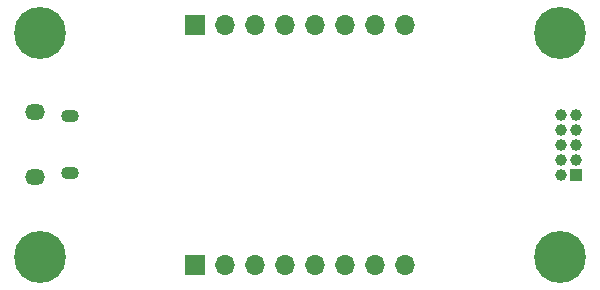
<source format=gbr>
%TF.GenerationSoftware,KiCad,Pcbnew,8.0.7*%
%TF.CreationDate,2025-01-26T16:55:51-08:00*%
%TF.ProjectId,servo-dev-board,73657276-6f2d-4646-9576-2d626f617264,rev?*%
%TF.SameCoordinates,Original*%
%TF.FileFunction,Soldermask,Bot*%
%TF.FilePolarity,Negative*%
%FSLAX46Y46*%
G04 Gerber Fmt 4.6, Leading zero omitted, Abs format (unit mm)*
G04 Created by KiCad (PCBNEW 8.0.7) date 2025-01-26 16:55:51*
%MOMM*%
%LPD*%
G01*
G04 APERTURE LIST*
%ADD10C,0.700000*%
%ADD11C,4.400000*%
%ADD12O,1.700000X1.350000*%
%ADD13O,1.500000X1.100000*%
%ADD14R,1.000000X1.000000*%
%ADD15C,1.000000*%
%ADD16R,1.700000X1.700000*%
%ADD17O,1.700000X1.700000*%
G04 APERTURE END LIST*
D10*
%TO.C,MH3*%
X160350000Y-110500000D03*
X160833274Y-109333274D03*
X160833274Y-111666726D03*
X162000000Y-108850000D03*
D11*
X162000000Y-110500000D03*
D10*
X162000000Y-112150000D03*
X163166726Y-109333274D03*
X163166726Y-111666726D03*
X163650000Y-110500000D03*
%TD*%
D12*
%TO.C,J1*%
X117550000Y-98245000D03*
D13*
X120550000Y-98555000D03*
X120550000Y-103395000D03*
D12*
X117550000Y-103705000D03*
%TD*%
D10*
%TO.C,MH1*%
X116350000Y-91500000D03*
X116833274Y-90333274D03*
X116833274Y-92666726D03*
X118000000Y-89850000D03*
D11*
X118000000Y-91500000D03*
D10*
X118000000Y-93150000D03*
X119166726Y-90333274D03*
X119166726Y-92666726D03*
X119650000Y-91500000D03*
%TD*%
D14*
%TO.C,J5*%
X163370000Y-103540000D03*
D15*
X162100000Y-103540000D03*
X163370000Y-102270000D03*
X162100000Y-102270000D03*
X163370000Y-101000000D03*
X162100000Y-101000000D03*
X163370000Y-99730000D03*
X162100000Y-99730000D03*
X163370000Y-98460000D03*
X162100000Y-98460000D03*
%TD*%
D10*
%TO.C,MH4*%
X160348350Y-91501650D03*
X160831624Y-90334924D03*
X160831624Y-92668376D03*
X161998350Y-89851650D03*
D11*
X161998350Y-91501650D03*
D10*
X161998350Y-93151650D03*
X163165076Y-90334924D03*
X163165076Y-92668376D03*
X163648350Y-91501650D03*
%TD*%
%TO.C,MH2*%
X116350000Y-110500000D03*
X116833274Y-109333274D03*
X116833274Y-111666726D03*
X118000000Y-108850000D03*
D11*
X118000000Y-110500000D03*
D10*
X118000000Y-112150000D03*
X119166726Y-109333274D03*
X119166726Y-111666726D03*
X119650000Y-110500000D03*
%TD*%
D16*
%TO.C,H2*%
X131125000Y-90850000D03*
D17*
X133665000Y-90850000D03*
X136205000Y-90850000D03*
X138745000Y-90850000D03*
X141285000Y-90850000D03*
X143825000Y-90850000D03*
X146365000Y-90850000D03*
X148905000Y-90850000D03*
%TD*%
D16*
%TO.C,H1*%
X131125000Y-111130000D03*
D17*
X133665000Y-111130000D03*
X136205000Y-111130000D03*
X138745000Y-111130000D03*
X141285000Y-111130000D03*
X143825000Y-111130000D03*
X146365000Y-111130000D03*
X148905000Y-111130000D03*
%TD*%
M02*

</source>
